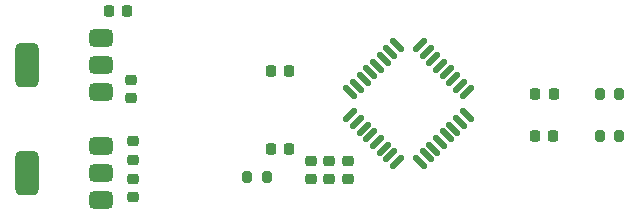
<source format=gbr>
%TF.GenerationSoftware,KiCad,Pcbnew,8.0.0-1.fc39*%
%TF.CreationDate,2024-05-13T23:19:07+02:00*%
%TF.ProjectId,mcu_dev,6d63755f-6465-4762-9e6b-696361645f70,rev?*%
%TF.SameCoordinates,Original*%
%TF.FileFunction,Paste,Top*%
%TF.FilePolarity,Positive*%
%FSLAX46Y46*%
G04 Gerber Fmt 4.6, Leading zero omitted, Abs format (unit mm)*
G04 Created by KiCad (PCBNEW 8.0.0-1.fc39) date 2024-05-13 23:19:07*
%MOMM*%
%LPD*%
G01*
G04 APERTURE LIST*
G04 Aperture macros list*
%AMRoundRect*
0 Rectangle with rounded corners*
0 $1 Rounding radius*
0 $2 $3 $4 $5 $6 $7 $8 $9 X,Y pos of 4 corners*
0 Add a 4 corners polygon primitive as box body*
4,1,4,$2,$3,$4,$5,$6,$7,$8,$9,$2,$3,0*
0 Add four circle primitives for the rounded corners*
1,1,$1+$1,$2,$3*
1,1,$1+$1,$4,$5*
1,1,$1+$1,$6,$7*
1,1,$1+$1,$8,$9*
0 Add four rect primitives between the rounded corners*
20,1,$1+$1,$2,$3,$4,$5,0*
20,1,$1+$1,$4,$5,$6,$7,0*
20,1,$1+$1,$6,$7,$8,$9,0*
20,1,$1+$1,$8,$9,$2,$3,0*%
G04 Aperture macros list end*
%ADD10RoundRect,0.225000X-0.250000X0.225000X-0.250000X-0.225000X0.250000X-0.225000X0.250000X0.225000X0*%
%ADD11RoundRect,0.200000X-0.200000X-0.275000X0.200000X-0.275000X0.200000X0.275000X-0.200000X0.275000X0*%
%ADD12RoundRect,0.125000X-0.353553X-0.530330X0.530330X0.353553X0.353553X0.530330X-0.530330X-0.353553X0*%
%ADD13RoundRect,0.125000X0.353553X-0.530330X0.530330X-0.353553X-0.353553X0.530330X-0.530330X0.353553X0*%
%ADD14RoundRect,0.225000X-0.225000X-0.250000X0.225000X-0.250000X0.225000X0.250000X-0.225000X0.250000X0*%
%ADD15RoundRect,0.375000X0.625000X0.375000X-0.625000X0.375000X-0.625000X-0.375000X0.625000X-0.375000X0*%
%ADD16RoundRect,0.500000X0.500000X1.400000X-0.500000X1.400000X-0.500000X-1.400000X0.500000X-1.400000X0*%
%ADD17RoundRect,0.218750X0.218750X0.256250X-0.218750X0.256250X-0.218750X-0.256250X0.218750X-0.256250X0*%
G04 APERTURE END LIST*
D10*
%TO.C,C1*%
X172900000Y-104140000D03*
X172900000Y-105690000D03*
%TD*%
D11*
%TO.C,R3*%
X194175000Y-102000000D03*
X195825000Y-102000000D03*
%TD*%
D10*
%TO.C,C5*%
X154534000Y-97282000D03*
X154534000Y-98832000D03*
%TD*%
%TO.C,C6*%
X154699000Y-102476000D03*
X154699000Y-104026000D03*
%TD*%
D12*
%TO.C,U1*%
X173067930Y-100272272D03*
X173633616Y-100837957D03*
X174199301Y-101403643D03*
X174764986Y-101969328D03*
X175330672Y-102535014D03*
X175896357Y-103100699D03*
X176462043Y-103666384D03*
X177027728Y-104232070D03*
D13*
X178972272Y-104232070D03*
X179537957Y-103666384D03*
X180103643Y-103100699D03*
X180669328Y-102535014D03*
X181235014Y-101969328D03*
X181800699Y-101403643D03*
X182366384Y-100837957D03*
X182932070Y-100272272D03*
D12*
X182932070Y-98327728D03*
X182366384Y-97762043D03*
X181800699Y-97196357D03*
X181235014Y-96630672D03*
X180669328Y-96064986D03*
X180103643Y-95499301D03*
X179537957Y-94933616D03*
X178972272Y-94367930D03*
D13*
X177027728Y-94367930D03*
X176462043Y-94933616D03*
X175896357Y-95499301D03*
X175330672Y-96064986D03*
X174764986Y-96630672D03*
X174199301Y-97196357D03*
X173633616Y-97762043D03*
X173067930Y-98327728D03*
%TD*%
D14*
%TO.C,C4*%
X152641000Y-91440000D03*
X154191000Y-91440000D03*
%TD*%
%TO.C,C9*%
X166325000Y-96500000D03*
X167875000Y-96500000D03*
%TD*%
D11*
%TO.C,R1*%
X164350000Y-105500000D03*
X166000000Y-105500000D03*
%TD*%
D10*
%TO.C,C3*%
X169700000Y-104140000D03*
X169700000Y-105690000D03*
%TD*%
D14*
%TO.C,C8*%
X166325000Y-103100000D03*
X167875000Y-103100000D03*
%TD*%
D15*
%TO.C,U3*%
X151994000Y-107456000D03*
X151994000Y-105156000D03*
D16*
X145694000Y-105156000D03*
D15*
X151994000Y-102856000D03*
%TD*%
D10*
%TO.C,C2*%
X171300000Y-104140000D03*
X171300000Y-105690000D03*
%TD*%
%TO.C,C7*%
X154686000Y-105651000D03*
X154686000Y-107201000D03*
%TD*%
D15*
%TO.C,U2*%
X151994000Y-98312000D03*
X151994000Y-96012000D03*
D16*
X145694000Y-96012000D03*
D15*
X151994000Y-93712000D03*
%TD*%
D11*
%TO.C,R2*%
X194175000Y-98500000D03*
X195825000Y-98500000D03*
%TD*%
D17*
%TO.C,D1*%
X190287500Y-98500000D03*
X188712500Y-98500000D03*
%TD*%
%TO.C,D2*%
X190247500Y-102000000D03*
X188672500Y-102000000D03*
%TD*%
M02*

</source>
